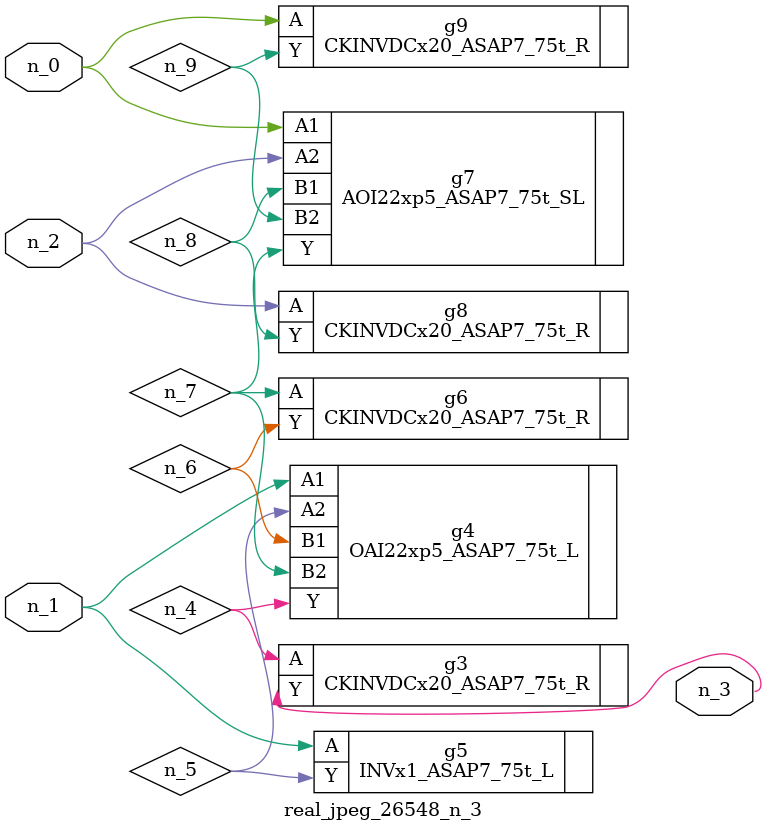
<source format=v>
module real_jpeg_26548_n_3 (n_1, n_0, n_2, n_3);

input n_1;
input n_0;
input n_2;

output n_3;

wire n_5;
wire n_8;
wire n_4;
wire n_6;
wire n_7;
wire n_9;

AOI22xp5_ASAP7_75t_SL g7 ( 
.A1(n_0),
.A2(n_2),
.B1(n_8),
.B2(n_9),
.Y(n_7)
);

CKINVDCx20_ASAP7_75t_R g9 ( 
.A(n_0),
.Y(n_9)
);

OAI22xp5_ASAP7_75t_L g4 ( 
.A1(n_1),
.A2(n_5),
.B1(n_6),
.B2(n_7),
.Y(n_4)
);

INVx1_ASAP7_75t_L g5 ( 
.A(n_1),
.Y(n_5)
);

CKINVDCx20_ASAP7_75t_R g8 ( 
.A(n_2),
.Y(n_8)
);

CKINVDCx20_ASAP7_75t_R g3 ( 
.A(n_4),
.Y(n_3)
);

CKINVDCx20_ASAP7_75t_R g6 ( 
.A(n_7),
.Y(n_6)
);


endmodule
</source>
